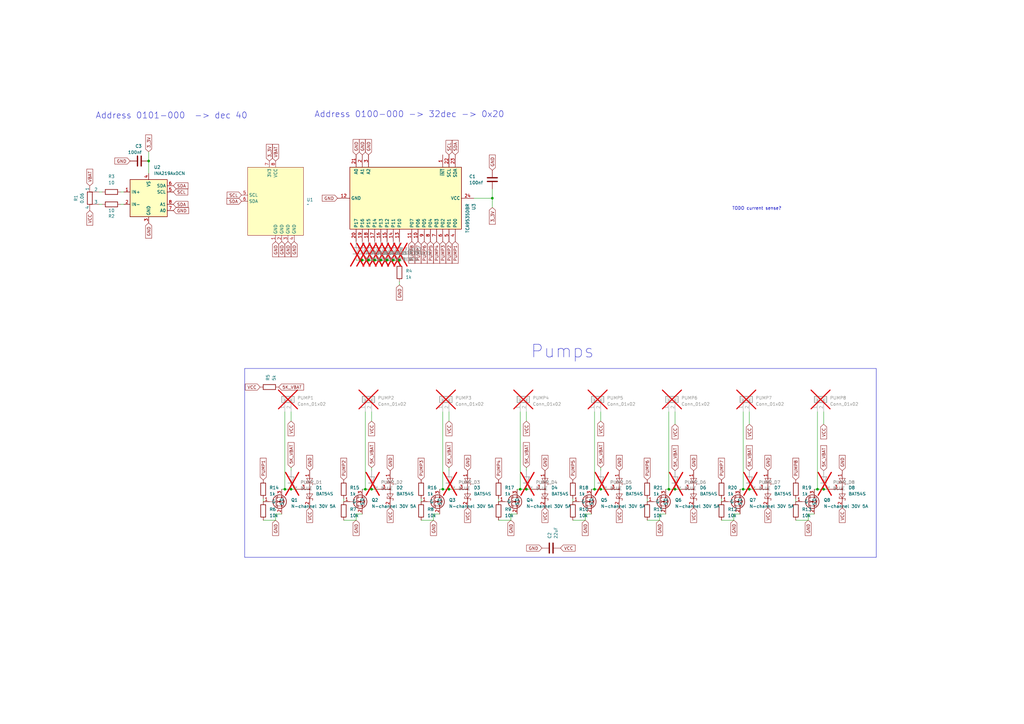
<source format=kicad_sch>
(kicad_sch (version 20250114) (generator "eeschema") (generator_version "9.0")
  (paper "A3")
  (lib_symbols
    (symbol "Connector_Generic:Conn_01x02" (pin_names (offset 1.016) (hide yes))
      (property "Reference" "J" (at 0 2.54 0))
      (property "Value" "Conn_01x02" (at 0 -5.08 0))
      (symbol "Conn_01x02_1_1"
        (rectangle (start -1.27 1.27) (end 1.27 -3.81) (stroke (width 0.254)) (fill (type background)))
        (rectangle (start -1.27 0.127) (end 0 -0.127) (stroke (width 0.1524)))
        (rectangle (start -1.27 -2.413) (end 0 -2.667) (stroke (width 0.1524)))
        (pin passive line (at -5.08 0 0) (length 3.81) (name "Pin_1") (number "1"))
        (pin passive line (at -5.08 -2.54 0) (length 3.81) (name "Pin_2") (number "2"))
      )
    )
    (symbol "Device:C" (pin_numbers (hide yes)) (pin_names (offset 0.254))
      (property "Reference" "C" (at 0.635 2.54 0))
      (property "Value" "C" (at 0.635 -2.54 0))
      (symbol "C_0_1"
        (polyline (pts (xy -2.032 0.762) (xy 2.032 0.762)) (stroke (width 0.508)))
        (polyline (pts (xy -2.032 -0.762) (xy 2.032 -0.762)) (stroke (width 0.508)))
      )
      (symbol "C_1_1"
        (pin passive line (at 0 3.81 270) (length 2.794) (name "~") (number "1"))
        (pin passive line (at 0 -3.81 90) (length 2.794) (name "~") (number "2"))
      )
    )
    (symbol "Device:LED" (pin_numbers (hide yes)) (pin_names (offset 1.016) (hide yes))
      (property "Reference" "D" (at 0 2.54 0))
      (property "Value" "LED" (at 0 -2.54 0))
      (symbol "LED_0_1"
        (polyline (pts (xy -3.048 -0.762) (xy -4.572 -2.286) (xy -3.81 -2.286) (xy -4.572 -2.286) (xy -4.572 -1.524)))
        (polyline (pts (xy -1.778 -0.762) (xy -3.302 -2.286) (xy -2.54 -2.286) (xy -3.302 -2.286) (xy -3.302 -1.524)))
        (polyline (pts (xy -1.27 0) (xy 1.27 0)))
        (polyline (pts (xy -1.27 -1.27) (xy -1.27 1.27)) (stroke (width 0.254)))
        (polyline (pts (xy 1.27 -1.27) (xy 1.27 1.27) (xy -1.27 0) (xy 1.27 -1.27)) (stroke (width 0.254)))
      )
      (symbol "LED_1_1"
        (pin passive line (at -3.81 0 0) (length 2.54) (name "K") (number "1"))
        (pin passive line (at 3.81 0 180) (length 2.54) (name "A") (number "2"))
      )
    )
    (symbol "Device:R" (pin_numbers (hide yes)) (pin_names (offset 0))
      (property "Reference" "R" (at 2.032 0 90))
      (property "Value" "R" (at 0 0 90))
      (symbol "R_0_1"
        (rectangle (start -1.016 -2.54) (end 1.016 2.54) (stroke (width 0.254)))
      )
      (symbol "R_1_1"
        (pin passive line (at 0 3.81 270) (length 1.27) (name "~") (number "1"))
        (pin passive line (at 0 -3.81 90) (length 1.27) (name "~") (number "2"))
      )
    )
    (symbol "Device:R_Shunt" (pin_numbers (hide yes)) (pin_names (offset 0))
      (property "Reference" "R" (at -4.445 0 90))
      (property "Value" "R_Shunt" (at -2.54 0 90))
      (symbol "R_Shunt_0_1"
        (rectangle (start -1.016 -2.54) (end 1.016 2.54) (stroke (width 0.254)))
        (polyline (pts (xy 0 -2.54) (xy 1.27 -2.54)))
        (polyline (pts (xy 1.27 2.54) (xy 0 2.54)))
      )
      (symbol "R_Shunt_1_1"
        (pin passive line (at 0 5.08 270) (length 2.54) (name "1") (number "1"))
        (pin passive line (at 0 -5.08 90) (length 2.54) (name "4") (number "4"))
        (pin passive line (at 3.81 2.54 180) (length 2.54) (name "2") (number "2"))
        (pin passive line (at 3.81 -2.54 180) (length 2.54) (name "3") (number "3"))
      )
    )
    (symbol "Diode:BAS40-04" (pin_names (offset 1.016))
      (property "Reference" "D" (at 0.635 -1.27 0))
      (property "Value" "BAS40-04" (at -6.35 5.715 0))
      (symbol "BAS40-04_0_1"
        (polyline (pts (xy -4.445 3.81) (xy -4.445 1.27) (xy -2.54 2.54) (xy -4.445 3.81)))
        (polyline (pts (xy -3.81 2.54) (xy -1.27 2.54)))
        (polyline (pts (xy -3.175 1.27) (xy -3.175 1.524)))
        (polyline (pts (xy -2.54 3.81) (xy -1.905 3.81)))
        (polyline (pts (xy -2.54 1.27) (xy -3.175 1.27)))
        (polyline (pts (xy -2.54 1.27) (xy -2.54 3.81)))
        (polyline (pts (xy -1.905 3.81) (xy -1.905 3.556)))
        (polyline (pts (xy -1.905 2.54) (xy 1.905 2.54)))
        (circle (center 0 2.54) (radius 0.254) (fill (type outline)))
        (polyline (pts (xy 1.27 2.54) (xy 3.81 2.54)))
        (polyline (pts (xy 1.905 3.81) (xy 1.905 1.27) (xy 3.81 2.54) (xy 1.905 3.81)))
        (polyline (pts (xy 3.175 1.27) (xy 3.175 1.524)))
        (polyline (pts (xy 3.81 3.81) (xy 4.445 3.81)))
        (polyline (pts (xy 3.81 1.27) (xy 3.175 1.27)))
        (polyline (pts (xy 3.81 1.27) (xy 3.81 3.81)))
        (polyline (pts (xy 4.445 3.81) (xy 4.445 3.556)))
      )
      (symbol "BAS40-04_1_1"
        (pin passive line (at -7.62 2.54 0) (length 3.81) (name "~") (number "1"))
        (pin passive line (at 0 -2.54 90) (length 5.08) (name "~") (number "3"))
        (pin passive line (at 7.62 2.54 180) (length 3.81) (name "~") (number "2"))
      )
    )
    (symbol "ESP32-DEVKITC-32D:SL2300" (pin_names (offset 1.016))
      (property "Reference" "Q" (at 0 0 0))
      (property "Value" "SL2300" (at 7.62 0 0))
      (symbol "SL2300_1_1"
        (polyline (pts (xy -1.016 1.905) (xy -1.016 -1.905)) (stroke (width 0.254)))
        (polyline (pts (xy -1.016 0) (xy -3.81 0)))
        (polyline (pts (xy -0.508 2.286) (xy -0.508 1.27)) (stroke (width 0.254)))
        (polyline (pts (xy -0.508 0.508) (xy -0.508 -0.508)) (stroke (width 0.254)))
        (polyline (pts (xy -0.508 -1.27) (xy -0.508 -2.286)) (stroke (width 0.254)))
        (polyline (pts (xy -0.508 -1.778) (xy 2.032 -1.778) (xy 2.032 1.778) (xy -0.508 1.778)))
        (polyline (pts (xy -0.254 0) (xy 0.762 0.381) (xy 0.762 -0.381) (xy -0.254 0)) (fill (type outline)))
        (circle (center 0.381 0) (radius 2.794) (stroke (width 0.254)))
        (polyline (pts (xy 1.27 2.54) (xy 1.27 1.778)))
        (circle (center 1.27 1.778) (radius 0.254) (fill (type outline)))
        (circle (center 1.27 -1.778) (radius 0.254) (fill (type outline)))
        (polyline (pts (xy 1.27 -2.54) (xy 1.27 0) (xy -0.508 0)))
        (polyline (pts (xy 1.524 0.508) (xy 1.651 0.381) (xy 2.413 0.381) (xy 2.54 0.254)))
        (polyline (pts (xy 2.032 0.381) (xy 1.651 -0.254) (xy 2.413 -0.254) (xy 2.032 0.381)))
        (pin input line (at -6.35 0 0) (length 2.54) (name "G") (number "1"))
        (pin passive line (at 1.27 5.08 270) (length 2.54) (name "D") (number "3"))
        (pin passive line (at 1.27 -5.08 90) (length 2.54) (name "S") (number "2"))
      )
    )
    (symbol "Interface_Expansion:TCA9535DBR"
      (property "Reference" "U" (at -11.43 24.13 0))
      (property "Value" "TCA9535DBR" (at 0 0 0))
      (symbol "TCA9535DBR_0_1"
        (rectangle (start -12.7 22.86) (end 12.7 -22.86) (stroke (width 0.254)) (fill (type background)))
      )
      (symbol "TCA9535DBR_1_1"
        (pin bidirectional line (at -17.78 20.32 0) (length 5.08) (name "SDA") (number "23"))
        (pin input line (at -17.78 17.78 0) (length 5.08) (name "SCL") (number "22"))
        (pin open_collector line (at -17.78 15.24 0) (length 5.08) (name "~{INT}") (number "1"))
        (pin input line (at -17.78 -15.24 0) (length 5.08) (name "A2") (number "3"))
        (pin input line (at -17.78 -17.78 0) (length 5.08) (name "A1") (number "2"))
        (pin input line (at -17.78 -20.32 0) (length 5.08) (name "A0") (number "21"))
        (pin power_in line (at 0 27.94 270) (length 5.08) (name "VCC") (number "24"))
        (pin power_in line (at 0 -27.94 90) (length 5.08) (name "GND") (number "12"))
        (pin bidirectional line (at 17.78 20.32 180) (length 5.08) (name "P00") (number "4"))
        (pin bidirectional line (at 17.78 17.78 180) (length 5.08) (name "P01") (number "5"))
        (pin bidirectional line (at 17.78 15.24 180) (length 5.08) (name "P02") (number "6"))
        (pin bidirectional line (at 17.78 12.7 180) (length 5.08) (name "P03") (number "7"))
        (pin bidirectional line (at 17.78 10.16 180) (length 5.08) (name "P04") (number "8"))
        (pin bidirectional line (at 17.78 7.62 180) (length 5.08) (name "P05") (number "9"))
        (pin bidirectional line (at 17.78 5.08 180) (length 5.08) (name "P06") (number "10"))
        (pin bidirectional line (at 17.78 2.54 180) (length 5.08) (name "P07") (number "11"))
        (pin bidirectional line (at 17.78 -2.54 180) (length 5.08) (name "P10") (number "13"))
        (pin bidirectional line (at 17.78 -5.08 180) (length 5.08) (name "P11") (number "14"))
        (pin bidirectional line (at 17.78 -7.62 180) (length 5.08) (name "P12") (number "15"))
        (pin bidirectional line (at 17.78 -10.16 180) (length 5.08) (name "P13") (number "16"))
        (pin bidirectional line (at 17.78 -12.7 180) (length 5.08) (name "P14") (number "17"))
        (pin bidirectional line (at 17.78 -15.24 180) (length 5.08) (name "P15") (number "18"))
        (pin bidirectional line (at 17.78 -17.78 180) (length 5.08) (name "P16") (number "19"))
        (pin bidirectional line (at 17.78 -20.32 180) (length 5.08) (name "P17") (number "20"))
      )
    )
    (symbol "Modules:Pump_Output"
      (property "Reference" "U" (at -6.35 15.24 0))
      (symbol "Pump_Output_1_1"
        (rectangle (start -12.7 12.7) (end 10.16 -15.24) (fill (type background)))
        (pin bidirectional line (at -15.24 1.27 0) (length 2.54) (name "SCL") (number "5"))
        (pin bidirectional line (at -15.24 -1.27 0) (length 2.54) (name "SDA") (number "6"))
        (pin power_in line (at -3.81 15.24 270) (length 2.54) (name "3V3") (number "7"))
        (pin power_in line (at -1.27 15.24 270) (length 2.54) (name "VCC") (number "8"))
        (pin power_in line (at -1.27 -17.78 90) (length 2.54) (name "GND") (number "1"))
        (pin power_in line (at 1.27 -17.78 90) (length 2.54) (name "GND") (number "2"))
        (pin power_in line (at 3.81 -17.78 90) (length 2.54) (name "GND") (number "3"))
        (pin power_in line (at 6.35 -17.78 90) (length 2.54) (name "GND") (number "4"))
      )
    )
    (symbol "Sensor_Energy:INA219AxDCN"
      (property "Reference" "U" (at -6.35 8.89 0))
      (property "Value" "INA219AxDCN" (at 6.35 8.89 0))
      (symbol "INA219AxDCN_0_1"
        (rectangle (start -7.62 7.62) (end 7.62 -7.62) (stroke (width 0.254)) (fill (type background)))
      )
      (symbol "INA219AxDCN_1_1"
        (pin input line (at -10.16 2.54 0) (length 2.54) (name "IN+") (number "1"))
        (pin input line (at -10.16 -2.54 0) (length 2.54) (name "IN-") (number "2"))
        (pin power_in line (at 0 10.16 270) (length 2.54) (name "VS") (number "4"))
        (pin power_in line (at 0 -10.16 90) (length 2.54) (name "GND") (number "3"))
        (pin bidirectional line (at 10.16 5.08 180) (length 2.54) (name "SDA") (number "6"))
        (pin input line (at 10.16 2.54 180) (length 2.54) (name "SCL") (number "5"))
        (pin input line (at 10.16 -2.54 180) (length 2.54) (name "A1") (number "8"))
        (pin input line (at 10.16 -5.08 180) (length 2.54) (name "A0") (number "7"))
      )
    )
  )
  (rectangle (start 100.33 151.13) (end 359.41 228.6))
  (text "TODO current sense?" (at 310.388 85.598 0) (effects (font (size 1.27 1.27))))
  (text "Address 0100-000 -> 32dec -> 0x20" (at 167.894 46.99 0) (effects (font (size 2.54 2.54))))
  (text "Address 0101-000  -> dec 40" (at 70.358 47.498 0) (effects (font (size 2.54 2.54))))
  (text "Pumps" (at 243.84 147.32 0) (effects (font (size 5.2578 5.2578)) (justify right bottom)))
  (junction (at 184.15 200.66))
  (junction (at 215.9 200.66))
  (junction (at 201.93 81.28))
  (junction (at 304.8 200.66))
  (junction (at 181.61 200.66))
  (junction (at 152.4 200.66))
  (junction (at 246.38 200.66))
  (junction (at 276.86 200.66))
  (junction (at 149.86 200.66))
  (junction (at 151.13 106.68))
  (junction (at 337.82 200.66))
  (junction (at 156.21 106.68))
  (junction (at 161.29 106.68))
  (junction (at 153.67 106.68))
  (junction (at 274.32 200.66))
  (junction (at 243.84 200.66))
  (junction (at 116.84 200.66))
  (junction (at 163.83 106.68))
  (junction (at 158.75 106.68))
  (junction (at 60.96 66.04))
  (junction (at 307.34 200.66))
  (junction (at 119.38 200.66))
  (junction (at 213.36 200.66))
  (junction (at 148.59 106.68))
  (junction (at 335.28 200.66))
  (wire (pts (xy 274.32 168.91) (xy 274.32 200.66)))
  (wire (pts (xy 215.9 168.91) (xy 215.9 172.72)))
  (wire (pts (xy 107.95 204.47) (xy 107.95 205.74)))
  (wire (pts (xy 201.93 77.47) (xy 201.93 81.28)))
  (wire (pts (xy 163.83 116.84) (xy 163.83 115.57)))
  (wire (pts (xy 274.32 200.66) (xy 273.05 200.66)))
  (wire (pts (xy 149.86 168.91) (xy 149.86 200.66)))
  (wire (pts (xy 152.4 200.66) (xy 154.94 200.66)))
  (wire (pts (xy 326.39 204.47) (xy 326.39 205.74)))
  (wire (pts (xy 246.38 200.66) (xy 248.92 200.66)))
  (wire (pts (xy 243.84 200.66) (xy 242.57 200.66)))
  (wire (pts (xy 240.03 210.82) (xy 240.03 213.36)))
  (wire (pts (xy 334.01 210.82) (xy 331.47 210.82)))
  (wire (pts (xy 60.96 66.04) (xy 60.96 71.12)))
  (wire (pts (xy 152.4 168.91) (xy 152.4 172.72)))
  (wire (pts (xy 152.4 191.77) (xy 152.4 193.04)))
  (wire (pts (xy 246.38 200.66) (xy 243.84 200.66)))
  (wire (pts (xy 307.34 168.91) (xy 307.34 173.99)))
  (wire (pts (xy 234.95 204.47) (xy 234.95 205.74)))
  (wire (pts (xy 149.86 200.66) (xy 148.59 200.66)))
  (wire (pts (xy 300.99 210.82) (xy 300.99 213.36)))
  (wire (pts (xy 276.86 168.91) (xy 276.86 173.99)))
  (wire (pts (xy 212.09 210.82) (xy 209.55 210.82)))
  (wire (pts (xy 184.15 193.04) (xy 184.15 191.77)))
  (wire (pts (xy 300.99 213.36) (xy 295.91 213.36)))
  (wire (pts (xy 295.91 204.47) (xy 295.91 205.74)))
  (wire (pts (xy 172.72 204.47) (xy 172.72 205.74)))
  (wire (pts (xy 158.75 106.68) (xy 161.29 106.68)))
  (wire (pts (xy 215.9 200.66) (xy 213.36 200.66)))
  (wire (pts (xy 240.03 213.36) (xy 234.95 213.36)))
  (wire (pts (xy 246.38 191.77) (xy 246.38 193.04)))
  (wire (pts (xy 184.15 168.91) (xy 184.15 172.72)))
  (wire (pts (xy 331.47 213.36) (xy 326.39 213.36)))
  (wire (pts (xy 49.53 78.74) (xy 50.8 78.74)))
  (wire (pts (xy 184.15 200.66) (xy 181.61 200.66)))
  (wire (pts (xy 273.05 210.82) (xy 270.51 210.82)))
  (wire (pts (xy 331.47 210.82) (xy 331.47 213.36)))
  (wire (pts (xy 149.86 200.66) (xy 152.4 200.66)))
  (wire (pts (xy 119.38 200.66) (xy 121.92 200.66)))
  (wire (pts (xy 307.34 200.66) (xy 309.88 200.66)))
  (wire (pts (xy 146.05 210.82) (xy 146.05 213.36)))
  (wire (pts (xy 276.86 200.66) (xy 274.32 200.66)))
  (wire (pts (xy 209.55 213.36) (xy 204.47 213.36)))
  (wire (pts (xy 303.53 210.82) (xy 300.99 210.82)))
  (wire (pts (xy 270.51 213.36) (xy 265.43 213.36)))
  (wire (pts (xy 113.03 213.36) (xy 107.95 213.36)))
  (wire (pts (xy 335.28 168.91) (xy 335.28 200.66)))
  (wire (pts (xy 215.9 191.77) (xy 215.9 193.04)))
  (wire (pts (xy 148.59 106.68) (xy 146.05 106.68)))
  (wire (pts (xy 213.36 200.66) (xy 212.09 200.66)))
  (wire (pts (xy 49.53 83.82) (xy 50.8 83.82)))
  (wire (pts (xy 156.21 106.68) (xy 158.75 106.68)))
  (wire (pts (xy 119.38 193.04) (xy 119.38 191.77)))
  (wire (pts (xy 181.61 200.66) (xy 180.34 200.66)))
  (wire (pts (xy 270.51 210.82) (xy 270.51 213.36)))
  (wire (pts (xy 265.43 204.47) (xy 265.43 205.74)))
  (wire (pts (xy 242.57 210.82) (xy 240.03 210.82)))
  (wire (pts (xy 40.64 78.74) (xy 41.91 78.74)))
  (wire (pts (xy 180.34 210.82) (xy 177.8 210.82)))
  (wire (pts (xy 163.83 107.95) (xy 163.83 106.68)))
  (wire (pts (xy 194.31 81.28) (xy 201.93 81.28)))
  (wire (pts (xy 113.03 210.82) (xy 113.03 213.36)))
  (wire (pts (xy 209.55 210.82) (xy 209.55 213.36)))
  (wire (pts (xy 177.8 210.82) (xy 177.8 213.36)))
  (wire (pts (xy 151.13 106.68) (xy 148.59 106.68)))
  (wire (pts (xy 204.47 204.47) (xy 204.47 205.74)))
  (wire (pts (xy 177.8 213.36) (xy 172.72 213.36)))
  (wire (pts (xy 307.34 200.66) (xy 304.8 200.66)))
  (wire (pts (xy 304.8 200.66) (xy 303.53 200.66)))
  (wire (pts (xy 201.93 81.28) (xy 201.93 85.09)))
  (wire (pts (xy 335.28 200.66) (xy 334.01 200.66)))
  (wire (pts (xy 213.36 168.91) (xy 213.36 200.66)))
  (wire (pts (xy 181.61 168.91) (xy 181.61 200.66)))
  (wire (pts (xy 115.57 210.82) (xy 113.03 210.82)))
  (wire (pts (xy 243.84 168.91) (xy 243.84 200.66)))
  (wire (pts (xy 140.97 204.47) (xy 140.97 205.74)))
  (wire (pts (xy 304.8 168.91) (xy 304.8 200.66)))
  (wire (pts (xy 119.38 200.66) (xy 116.84 200.66)))
  (wire (pts (xy 156.21 106.68) (xy 153.67 106.68)))
  (wire (pts (xy 246.38 168.91) (xy 246.38 172.72)))
  (wire (pts (xy 116.84 200.66) (xy 115.57 200.66)))
  (wire (pts (xy 337.82 200.66) (xy 340.36 200.66)))
  (wire (pts (xy 337.82 200.66) (xy 335.28 200.66)))
  (wire (pts (xy 40.64 83.82) (xy 41.91 83.82)))
  (wire (pts (xy 153.67 106.68) (xy 151.13 106.68)))
  (wire (pts (xy 146.05 213.36) (xy 140.97 213.36)))
  (wire (pts (xy 276.86 200.66) (xy 279.4 200.66)))
  (wire (pts (xy 148.59 210.82) (xy 146.05 210.82)))
  (wire (pts (xy 184.15 200.66) (xy 186.69 200.66)))
  (wire (pts (xy 60.96 62.23) (xy 60.96 66.04)))
  (wire (pts (xy 161.29 106.68) (xy 163.83 106.68)))
  (wire (pts (xy 116.84 168.91) (xy 116.84 200.66)))
  (wire (pts (xy 337.82 168.91) (xy 337.82 173.99)))
  (wire (pts (xy 215.9 200.66) (xy 218.44 200.66)))
  (wire (pts (xy 119.38 168.91) (xy 119.38 172.72)))
  (global_label "VCC" (shape input) (at 119.38 172.72 270) (property "Intersheetrefs" "${INTERSHEET_REFS}" (effects (hide yes))))
  (global_label "VCC" (shape input) (at 254 208.28 270) (property "Intersheetrefs" "${INTERSHEET_REFS}" (effects (hide yes))))
  (global_label "PUMP4" (shape input) (at 179.07 99.06 270) (property "Intersheetrefs" "${INTERSHEET_REFS}" (effects (hide yes))))
  (global_label "GND" (shape input) (at 127 193.04 90) (property "Intersheetrefs" "${INTERSHEET_REFS}" (effects (hide yes))))
  (global_label "SDA" (shape input) (at 186.69 63.5 90) (property "Intersheetrefs" "${INTERSHEET_REFS}" (effects (hide yes))))
  (global_label "5K_VBAT" (shape input) (at 152.4 191.77 90) (property "Intersheetrefs" "${INTERSHEET_REFS}" (effects (hide yes))))
  (global_label "3_3V" (shape input) (at 110.49 66.04 90) (property "Intersheetrefs" "${INTERSHEET_REFS}" (effects (hide yes))))
  (global_label "VCC" (shape input) (at 307.34 173.99 270) (property "Intersheetrefs" "${INTERSHEET_REFS}" (effects (hide yes))))
  (global_label "PUMP1" (shape input) (at 186.69 99.06 270) (property "Intersheetrefs" "${INTERSHEET_REFS}" (effects (hide yes))))
  (global_label "SCL" (shape input) (at 184.15 63.5 90) (property "Intersheetrefs" "${INTERSHEET_REFS}" (effects (hide yes))))
  (global_label "GND" (shape input) (at 314.96 193.04 90) (property "Intersheetrefs" "${INTERSHEET_REFS}" (effects (hide yes))))
  (global_label "PUMP5" (shape input) (at 176.53 99.06 270) (property "Intersheetrefs" "${INTERSHEET_REFS}" (effects (hide yes))))
  (global_label "VCC" (shape input) (at 106.68 158.75 180) (property "Intersheetrefs" "${INTERSHEET_REFS}" (effects (hide yes))))
  (global_label "SCL" (shape input) (at 99.06 80.01 180) (property "Intersheetrefs" "${INTERSHEET_REFS}" (effects (hide yes))))
  (global_label "PUMP8" (shape input) (at 326.39 196.85 90) (property "Intersheetrefs" "${INTERSHEET_REFS}" (effects (hide yes))))
  (global_label "GND" (shape input) (at 60.96 91.44 270) (property "Intersheetrefs" "${INTERSHEET_REFS}" (effects (hide yes))))
  (global_label "GND" (shape input) (at 201.93 69.85 90) (property "Intersheetrefs" "${INTERSHEET_REFS}" (effects (hide yes))))
  (global_label "PUMP5" (shape input) (at 234.95 196.85 90) (property "Intersheetrefs" "${INTERSHEET_REFS}" (effects (hide yes))))
  (global_label "GND" (shape input) (at 300.99 213.36 270) (property "Intersheetrefs" "${INTERSHEET_REFS}" (effects (hide yes))))
  (global_label "VCC" (shape input) (at 337.82 173.99 270) (property "Intersheetrefs" "${INTERSHEET_REFS}" (effects (hide yes))))
  (global_label "PUMP2" (shape input) (at 140.97 196.85 90) (property "Intersheetrefs" "${INTERSHEET_REFS}" (effects (hide yes))))
  (global_label "GND" (shape input) (at 115.57 99.06 270) (property "Intersheetrefs" "${INTERSHEET_REFS}" (effects (hide yes))))
  (global_label "VCC" (shape input) (at 229.87 224.79 0) (property "Intersheetrefs" "${INTERSHEET_REFS}" (effects (hide yes))))
  (global_label "VCC" (shape input) (at 314.96 208.28 270) (property "Intersheetrefs" "${INTERSHEET_REFS}" (effects (hide yes))))
  (global_label "GND" (shape input) (at 148.59 63.5 90) (property "Intersheetrefs" "${INTERSHEET_REFS}" (effects (hide yes))))
  (global_label "SDA" (shape input) (at 71.12 76.2 0) (property "Intersheetrefs" "${INTERSHEET_REFS}" (effects (hide yes))))
  (global_label "PUMP8" (shape input) (at 168.91 99.06 270) (property "Intersheetrefs" "${INTERSHEET_REFS}" (effects (hide yes))))
  (global_label "PUMP6" (shape input) (at 265.43 196.85 90) (property "Intersheetrefs" "${INTERSHEET_REFS}" (effects (hide yes))))
  (global_label "VCC" (shape input) (at 127 208.28 270) (property "Intersheetrefs" "${INTERSHEET_REFS}" (effects (hide yes))))
  (global_label "5K_VBAT" (shape input) (at 276.86 193.04 90) (property "Intersheetrefs" "${INTERSHEET_REFS}" (effects (hide yes))))
  (global_label "GND" (shape input) (at 53.34 66.04 180) (property "Intersheetrefs" "${INTERSHEET_REFS}" (effects (hide yes))))
  (global_label "5K_VBAT" (shape input) (at 246.38 191.77 90) (property "Intersheetrefs" "${INTERSHEET_REFS}" (effects (hide yes))))
  (global_label "GND" (shape input) (at 146.05 213.36 270) (property "Intersheetrefs" "${INTERSHEET_REFS}" (effects (hide yes))))
  (global_label "PUMP6" (shape input) (at 173.99 99.06 270) (property "Intersheetrefs" "${INTERSHEET_REFS}" (effects (hide yes))))
  (global_label "SCL" (shape input) (at 71.12 78.74 0) (property "Intersheetrefs" "${INTERSHEET_REFS}" (effects (hide yes))))
  (global_label "VCC" (shape input) (at 223.52 208.28 270) (property "Intersheetrefs" "${INTERSHEET_REFS}" (effects (hide yes))))
  (global_label "5K_VBAT" (shape input) (at 215.9 191.77 90) (property "Intersheetrefs" "${INTERSHEET_REFS}" (effects (hide yes))))
  (global_label "VCC" (shape input) (at 284.48 208.28 270) (property "Intersheetrefs" "${INTERSHEET_REFS}" (effects (hide yes))))
  (global_label "GND" (shape input) (at 151.13 63.5 90) (property "Intersheetrefs" "${INTERSHEET_REFS}" (effects (hide yes))))
  (global_label "VBAT" (shape input) (at 36.83 76.2 90) (property "Intersheetrefs" "${INTERSHEET_REFS}" (effects (hide yes))))
  (global_label "PUMP7" (shape input) (at 295.91 196.85 90) (property "Intersheetrefs" "${INTERSHEET_REFS}" (effects (hide yes))))
  (global_label "PUMP4" (shape input) (at 204.47 196.85 90) (property "Intersheetrefs" "${INTERSHEET_REFS}" (effects (hide yes))))
  (global_label "PUMP2" (shape input) (at 184.15 99.06 270) (property "Intersheetrefs" "${INTERSHEET_REFS}" (effects (hide yes))))
  (global_label "GND" (shape input) (at 191.77 193.04 90) (property "Intersheetrefs" "${INTERSHEET_REFS}" (effects (hide yes))))
  (global_label "VCC" (shape input) (at 184.15 172.72 270) (property "Intersheetrefs" "${INTERSHEET_REFS}" (effects (hide yes))))
  (global_label "GND" (shape input) (at 71.12 86.36 0) (property "Intersheetrefs" "${INTERSHEET_REFS}" (effects (hide yes))))
  (global_label "VCC" (shape input) (at 160.02 208.28 270) (property "Intersheetrefs" "${INTERSHEET_REFS}" (effects (hide yes))))
  (global_label "PUMP3" (shape input) (at 181.61 99.06 270) (property "Intersheetrefs" "${INTERSHEET_REFS}" (effects (hide yes))))
  (global_label "GND" (shape input) (at 345.44 193.04 90) (property "Intersheetrefs" "${INTERSHEET_REFS}" (effects (hide yes))))
  (global_label "GND" (shape input) (at 222.25 224.79 180) (property "Intersheetrefs" "${INTERSHEET_REFS}" (effects (hide yes))))
  (global_label "3_3V" (shape input) (at 201.93 85.09 270) (property "Intersheetrefs" "${INTERSHEET_REFS}" (effects (hide yes))))
  (global_label "5K_VBAT" (shape input) (at 184.15 191.77 90) (property "Intersheetrefs" "${INTERSHEET_REFS}" (effects (hide yes))))
  (global_label "GND" (shape input) (at 270.51 213.36 270) (property "Intersheetrefs" "${INTERSHEET_REFS}" (effects (hide yes))))
  (global_label "GND" (shape input) (at 223.52 193.04 90) (property "Intersheetrefs" "${INTERSHEET_REFS}" (effects (hide yes))))
  (global_label "GND" (shape input) (at 160.02 193.04 90) (property "Intersheetrefs" "${INTERSHEET_REFS}" (effects (hide yes))))
  (global_label "VCC" (shape input) (at 36.83 86.36 270) (property "Intersheetrefs" "${INTERSHEET_REFS}" (effects (hide yes))))
  (global_label "GND" (shape input) (at 113.03 99.06 270) (property "Intersheetrefs" "${INTERSHEET_REFS}" (effects (hide yes))))
  (global_label "GND" (shape input) (at 113.03 213.36 270) (property "Intersheetrefs" "${INTERSHEET_REFS}" (effects (hide yes))))
  (global_label "SDA" (shape input) (at 71.12 83.82 0) (property "Intersheetrefs" "${INTERSHEET_REFS}" (effects (hide yes))))
  (global_label "GND" (shape input) (at 118.11 99.06 270) (property "Intersheetrefs" "${INTERSHEET_REFS}" (effects (hide yes))))
  (global_label "VCC" (shape input) (at 345.44 208.28 270) (property "Intersheetrefs" "${INTERSHEET_REFS}" (effects (hide yes))))
  (global_label "5K_VBAT" (shape input) (at 307.34 193.04 90) (property "Intersheetrefs" "${INTERSHEET_REFS}" (effects (hide yes))))
  (global_label "GND" (shape input) (at 284.48 193.04 90) (property "Intersheetrefs" "${INTERSHEET_REFS}" (effects (hide yes))))
  (global_label "SDA" (shape input) (at 99.06 82.55 180) (property "Intersheetrefs" "${INTERSHEET_REFS}" (effects (hide yes))))
  (global_label "GND" (shape input) (at 331.47 213.36 270) (property "Intersheetrefs" "${INTERSHEET_REFS}" (effects (hide yes))))
  (global_label "GND" (shape input) (at 209.55 213.36 270) (property "Intersheetrefs" "${INTERSHEET_REFS}" (effects (hide yes))))
  (global_label "PUMP3" (shape input) (at 172.72 196.85 90) (property "Intersheetrefs" "${INTERSHEET_REFS}" (effects (hide yes))))
  (global_label "5K_VBAT" (shape input) (at 114.3 158.75 0) (property "Intersheetrefs" "${INTERSHEET_REFS}" (effects (hide yes))))
  (global_label "GND" (shape input) (at 120.65 99.06 270) (property "Intersheetrefs" "${INTERSHEET_REFS}" (effects (hide yes))))
  (global_label "GND" (shape input) (at 138.43 81.28 180) (property "Intersheetrefs" "${INTERSHEET_REFS}" (effects (hide yes))))
  (global_label "VCC" (shape input) (at 276.86 173.99 270) (property "Intersheetrefs" "${INTERSHEET_REFS}" (effects (hide yes))))
  (global_label "5K_VBAT" (shape input) (at 119.38 191.77 90) (property "Intersheetrefs" "${INTERSHEET_REFS}" (effects (hide yes))))
  (global_label "VCC" (shape input) (at 215.9 172.72 270) (property "Intersheetrefs" "${INTERSHEET_REFS}" (effects (hide yes))))
  (global_label "VCC" (shape input) (at 191.77 208.28 270) (property "Intersheetrefs" "${INTERSHEET_REFS}" (effects (hide yes))))
  (global_label "GND" (shape input) (at 146.05 63.5 90) (property "Intersheetrefs" "${INTERSHEET_REFS}" (effects (hide yes))))
  (global_label "VCC" (shape input) (at 246.38 172.72 270) (property "Intersheetrefs" "${INTERSHEET_REFS}" (effects (hide yes))))
  (global_label "GND" (shape input) (at 254 193.04 90) (property "Intersheetrefs" "${INTERSHEET_REFS}" (effects (hide yes))))
  (global_label "PUMP1" (shape input) (at 107.95 196.85 90) (property "Intersheetrefs" "${INTERSHEET_REFS}" (effects (hide yes))))
  (global_label "PUMP7" (shape input) (at 171.45 99.06 270) (property "Intersheetrefs" "${INTERSHEET_REFS}" (effects (hide yes))))
  (global_label "3_3V" (shape input) (at 60.96 62.23 90) (property "Intersheetrefs" "${INTERSHEET_REFS}" (effects (hide yes))))
  (global_label "VCC" (shape input) (at 152.4 172.72 270) (property "Intersheetrefs" "${INTERSHEET_REFS}" (effects (hide yes))))
  (global_label "VBAT" (shape input) (at 113.03 66.04 90) (property "Intersheetrefs" "${INTERSHEET_REFS}" (effects (hide yes))))
  (global_label "GND" (shape input) (at 163.83 116.84 270) (property "Intersheetrefs" "${INTERSHEET_REFS}" (effects (hide yes))))
  (global_label "GND" (shape input) (at 177.8 213.36 270) (property "Intersheetrefs" "${INTERSHEET_REFS}" (effects (hide yes))))
  (global_label "GND" (shape input) (at 240.03 213.36 270) (property "Intersheetrefs" "${INTERSHEET_REFS}" (effects (hide yes))))
  (global_label "5K_VBAT" (shape input) (at 337.82 193.04 90) (property "Intersheetrefs" "${INTERSHEET_REFS}" (effects (hide yes))))
  (symbol (lib_id "Device:LED") (at 246.38 196.85 90) (unit 1) (dnp yes)
    (property "Reference" "PUMP_D5" (at 250.19 197.8025 90) (effects (justify right)))
    (property "Value" "BLUE" (at 250.19 200.3425 90) (effects (justify right)))
    (property "Footprint" "LED_SMD:LED_0805_2012Metric" (effects (hide yes)))
    (property "Description" "Light emitting diode" (effects (hide yes)))
    (property "LCSC_PART_NUMBER" "C205441" (effects (hide yes)))
    (property "Sim.Pins" "1=K 2=A" (effects (hide yes)))
  )
  (symbol (lib_id "Diode:BAS40-04") (at 342.9 200.66 270) (unit 1)
    (property "Reference" "D8" (at 347.98 200.025 90) (effects (justify left)))
    (property "Value" "BAT54S" (at 347.98 202.565 90) (effects (justify left)))
    (property "Footprint" "Package_TO_SOT_SMD:SOT-23" (effects (hide yes)))
    (property "Datasheet" "http://www.vishay.com/docs/85701/bas40v.pdf" (effects (hide yes)))
    (property "Description" "40V 0.2A Dual Small Signal Schottky Diodes" (effects (hide yes)))
    (property "LCSC_PART_NUMBER" "C916425" (effects (hide yes)))
  )
  (symbol (lib_id "ESP32-DEVKITC-32D:SL2300") (at 114.3 205.74 0) (unit 1)
    (property "Reference" "Q1" (at 119.38 205.105 0) (effects (justify left)))
    (property "Value" "N-channel 30V 5A" (at 119.38 207.645 0) (effects (justify left)))
    (property "Footprint" "PCM_Package_TO_SOT_SMD_AKL:SOT-23" (effects (hide yes)))
    (property "LCSC_PART_NUMBER" "C5364313" (effects (hide yes)))
  )
  (symbol (lib_id "Device:R") (at 326.39 209.55 0) (unit 1)
    (property "Reference" "R13" (at 328.93 208.915 0) (effects (justify left)))
    (property "Value" "10k" (at 328.93 211.455 0) (effects (justify left)))
    (property "Footprint" "Resistor_SMD:R_0603_1608Metric" (effects (hide yes)))
    (property "Description" "Resistor" (effects (hide yes)))
    (property "LCSC_PART_NUMBER" "C212284" (effects (hide yes)))
  )
  (symbol (lib_id "Device:LED") (at 152.4 196.85 90) (unit 1) (dnp yes)
    (property "Reference" "PUMP_D2" (at 156.21 197.8025 90) (effects (justify right)))
    (property "Value" "BLUE" (at 156.21 200.3425 90) (effects (justify right)))
    (property "Footprint" "LED_SMD:LED_0805_2012Metric" (effects (hide yes)))
    (property "Description" "Light emitting diode" (effects (hide yes)))
    (property "LCSC_PART_NUMBER" "C205441" (effects (hide yes)))
    (property "Sim.Pins" "1=K 2=A" (effects (hide yes)))
  )
  (symbol (lib_id "Device:LED") (at 163.83 102.87 90) (unit 1) (dnp yes)
    (property "Reference" "P_FAULT1" (at 167.64 103.8225 90) (effects (justify right)))
    (property "Value" "RED" (at 167.64 106.3625 90) (effects (justify right)))
    (property "Footprint" "LED_SMD:LED_0805_2012Metric" (effects (hide yes)))
    (property "Description" "Light emitting diode" (effects (hide yes)))
    (property "LCSC_PART_NUMBER" "C205441" (effects (hide yes)))
    (property "Sim.Pins" "1=K 2=A" (effects (hide yes)))
  )
  (symbol (lib_id "Diode:BAS40-04") (at 124.46 200.66 270) (unit 1)
    (property "Reference" "D1" (at 129.54 200.025 90) (effects (justify left)))
    (property "Value" "BAT54S" (at 129.54 202.565 90) (effects (justify left)))
    (property "Footprint" "Package_TO_SOT_SMD:SOT-23" (effects (hide yes)))
    (property "Datasheet" "http://www.vishay.com/docs/85701/bas40v.pdf" (effects (hide yes)))
    (property "Description" "40V 0.2A Dual Small Signal Schottky Diodes" (effects (hide yes)))
    (property "LCSC_PART_NUMBER" "C916425" (effects (hide yes)))
  )
  (symbol (lib_id "Device:C") (at 226.06 224.79 270) (unit 1)
    (property "Reference" "C2" (at 225.425 220.98 0) (effects (justify right)))
    (property "Value" "22uF" (at 227.965 220.98 0) (effects (justify right)))
    (property "Footprint" "PCM_Capacitor_SMD_Handsoldering_AKL:C_0805_2012Metric_Pad1.18x1.45mm" (effects (hide yes)))
    (property "Description" "Unpolarized capacitor" (effects (hide yes)))
    (property "LCSC_PART_NUMBER" "C45783" (effects (hide yes)))
  )
  (symbol (lib_id "Device:C") (at 201.93 73.66 0) (unit 1)
    (property "Reference" "C1" (at 192.405 72.39 0) (effects (justify left)))
    (property "Value" "100nf" (at 192.405 74.93 0) (effects (justify left)))
    (property "Footprint" "PCM_Capacitor_SMD_Handsoldering_AKL:C_0603_1608Metric_Pad1.08x0.95mm" (effects (hide yes)))
    (property "LCSC_PART_NUMBER" "C49678" (effects (hide yes)))
  )
  (symbol (lib_id "Connector_Generic:Conn_01x02") (at 274.32 163.83 90) (unit 1) (dnp yes)
    (property "Reference" "PUMP6" (at 279.4 163.195 90) (effects (justify right)))
    (property "Value" "Conn_01x02" (at 279.4 165.735 90) (effects (justify right)))
    (property "Footprint" "Connector_JST:JST_EH_B2B-EH-A_1x02_P2.50mm_Vertical" (effects (hide yes)))
    (property "Description" "Generic connector, single row, 01x02, script generated (kicad-library-utils/schlib/autogen/connector/)" (effects (hide yes)))
  )
  (symbol (lib_id "Connector_Generic:Conn_01x02") (at 243.84 163.83 90) (unit 1) (dnp yes)
    (property "Reference" "PUMP5" (at 248.92 163.195 90) (effects (justify right)))
    (property "Value" "Conn_01x02" (at 248.92 165.735 90) (effects (justify right)))
    (property "Footprint" "Connector_JST:JST_EH_B2B-EH-A_1x02_P2.50mm_Vertical" (effects (hide yes)))
    (property "Description" "Generic connector, single row, 01x02, script generated (kicad-library-utils/schlib/autogen/connector/)" (effects (hide yes)))
  )
  (symbol (lib_id "Device:LED") (at 146.05 102.87 90) (unit 1) (dnp yes)
    (property "Reference" "P_FAULT8" (at 149.86 103.8225 90) (effects (justify right)))
    (property "Value" "RED" (at 149.86 106.3625 90) (effects (justify right)))
    (property "Footprint" "LED_SMD:LED_0805_2012Metric" (effects (hide yes)))
    (property "Description" "Light emitting diode" (effects (hide yes)))
    (property "LCSC_PART_NUMBER" "C205441" (effects (hide yes)))
    (property "Sim.Pins" "1=K 2=A" (effects (hide yes)))
  )
  (symbol (lib_id "ESP32-DEVKITC-32D:SL2300") (at 210.82 205.74 0) (unit 1)
    (property "Reference" "Q4" (at 215.9 205.105 0) (effects (justify left)))
    (property "Value" "N-channel 30V 5A" (at 215.9 207.645 0) (effects (justify left)))
    (property "Footprint" "PCM_Package_TO_SOT_SMD_AKL:SOT-23" (effects (hide yes)))
    (property "LCSC_PART_NUMBER" "C5364313" (effects (hide yes)))
  )
  (symbol (lib_id "Diode:BAS40-04") (at 157.48 200.66 270) (unit 1)
    (property "Reference" "D2" (at 162.56 200.025 90) (effects (justify left)))
    (property "Value" "BAT54S" (at 162.56 202.565 90) (effects (justify left)))
    (property "Footprint" "Package_TO_SOT_SMD:SOT-23" (effects (hide yes)))
    (property "Datasheet" "http://www.vishay.com/docs/85701/bas40v.pdf" (effects (hide yes)))
    (property "Description" "40V 0.2A Dual Small Signal Schottky Diodes" (effects (hide yes)))
    (property "LCSC_PART_NUMBER" "C916425" (effects (hide yes)))
  )
  (symbol (lib_id "Diode:BAS40-04") (at 220.98 200.66 270) (unit 1)
    (property "Reference" "D4" (at 226.06 200.025 90) (effects (justify left)))
    (property "Value" "BAT54S" (at 226.06 202.565 90) (effects (justify left)))
    (property "Footprint" "Package_TO_SOT_SMD:SOT-23" (effects (hide yes)))
    (property "Datasheet" "http://www.vishay.com/docs/85701/bas40v.pdf" (effects (hide yes)))
    (property "Description" "40V 0.2A Dual Small Signal Schottky Diodes" (effects (hide yes)))
    (property "LCSC_PART_NUMBER" "C916425" (effects (hide yes)))
  )
  (symbol (lib_id "Device:LED") (at 337.82 196.85 90) (unit 1) (dnp yes)
    (property "Reference" "PUMP_D8" (at 341.63 197.8025 90) (effects (justify right)))
    (property "Value" "BLUE" (at 341.63 200.3425 90) (effects (justify right)))
    (property "Footprint" "LED_SMD:LED_0805_2012Metric" (effects (hide yes)))
    (property "Description" "Light emitting diode" (effects (hide yes)))
    (property "LCSC_PART_NUMBER" "C205441" (effects (hide yes)))
    (property "Sim.Pins" "1=K 2=A" (effects (hide yes)))
  )
  (symbol (lib_id "Device:R") (at 295.91 200.66 0) (unit 1)
    (property "Reference" "R20" (at 298.45 200.025 0) (effects (justify left)))
    (property "Value" "1k" (at 298.45 202.565 0) (effects (justify left)))
    (property "Footprint" "Resistor_SMD:R_0603_1608Metric" (effects (hide yes)))
    (property "Description" "Resistor" (effects (hide yes)))
    (property "LCSC_PART_NUMBER" "C95781" (effects (hide yes)))
  )
  (symbol (lib_id "Device:LED") (at 307.34 196.85 90) (unit 1) (dnp yes)
    (property "Reference" "PUMP_D7" (at 311.15 197.8025 90) (effects (justify right)))
    (property "Value" "BLUE" (at 311.15 200.3425 90) (effects (justify right)))
    (property "Footprint" "LED_SMD:LED_0805_2012Metric" (effects (hide yes)))
    (property "Description" "Light emitting diode" (effects (hide yes)))
    (property "LCSC_PART_NUMBER" "C205441" (effects (hide yes)))
    (property "Sim.Pins" "1=K 2=A" (effects (hide yes)))
  )
  (symbol (lib_id "Device:LED") (at 184.15 196.85 90) (unit 1) (dnp yes)
    (property "Reference" "PUMP_D3" (at 187.96 197.8025 90) (effects (justify right)))
    (property "Value" "BLUE" (at 187.96 200.3425 90) (effects (justify right)))
    (property "Footprint" "LED_SMD:LED_0805_2012Metric" (effects (hide yes)))
    (property "Description" "Light emitting diode" (effects (hide yes)))
    (property "LCSC_PART_NUMBER" "C205441" (effects (hide yes)))
    (property "Sim.Pins" "1=K 2=A" (effects (hide yes)))
  )
  (symbol (lib_id "Sensor_Energy:INA219AxDCN") (at 60.96 81.28 0) (unit 1)
    (property "Reference" "U2" (at 63.1033 68.58 0) (effects (justify left)))
    (property "Value" "INA219AxDCN" (at 63.1033 71.12 0) (effects (justify left)))
    (property "Footprint" "Package_TO_SOT_SMD:SOT-23-8" (effects (hide yes)))
    (property "Datasheet" "http://www.ti.com/lit/ds/symlink/ina219.pdf" (effects (hide yes)))
    (property "Description" "Zero-Drift, Bidirectional Current/Power Monitor (0-26V) With I2C Interface, SOT-23-8" (effects (hide yes)))
  )
  (symbol (lib_id "Device:R") (at 204.47 209.55 0) (unit 1)
    (property "Reference" "R9" (at 207.01 208.915 0) (effects (justify left)))
    (property "Value" "10k" (at 207.01 211.455 0) (effects (justify left)))
    (property "Footprint" "Resistor_SMD:R_0603_1608Metric" (effects (hide yes)))
    (property "Description" "Resistor" (effects (hide yes)))
    (property "LCSC_PART_NUMBER" "C212284" (effects (hide yes)))
  )
  (symbol (lib_id "Device:R") (at 140.97 200.66 0) (unit 1)
    (property "Reference" "R15" (at 143.51 200.025 0) (effects (justify left)))
    (property "Value" "1k" (at 143.51 202.565 0) (effects (justify left)))
    (property "Footprint" "Resistor_SMD:R_0603_1608Metric" (effects (hide yes)))
    (property "Description" "Resistor" (effects (hide yes)))
    (property "LCSC_PART_NUMBER" "C95781" (effects (hide yes)))
  )
  (symbol (lib_id "Diode:BAS40-04") (at 281.94 200.66 270) (unit 1)
    (property "Reference" "D6" (at 287.02 200.025 90) (effects (justify left)))
    (property "Value" "BAT54S" (at 287.02 202.565 90) (effects (justify left)))
    (property "Footprint" "Package_TO_SOT_SMD:SOT-23" (effects (hide yes)))
    (property "Datasheet" "http://www.vishay.com/docs/85701/bas40v.pdf" (effects (hide yes)))
    (property "Description" "40V 0.2A Dual Small Signal Schottky Diodes" (effects (hide yes)))
    (property "LCSC_PART_NUMBER" "C916425" (effects (hide yes)))
  )
  (symbol (lib_id "Device:LED") (at 276.86 196.85 90) (unit 1) (dnp yes)
    (property "Reference" "PUMP_D6" (at 280.67 197.8025 90) (effects (justify right)))
    (property "Value" "BLUE" (at 280.67 200.3425 90) (effects (justify right)))
    (property "Footprint" "LED_SMD:LED_0805_2012Metric" (effects (hide yes)))
    (property "Description" "Light emitting diode" (effects (hide yes)))
    (property "LCSC_PART_NUMBER" "C205441" (effects (hide yes)))
    (property "Sim.Pins" "1=K 2=A" (effects (hide yes)))
  )
  (symbol (lib_id "Device:R") (at 204.47 200.66 0) (unit 1)
    (property "Reference" "R17" (at 207.01 200.025 0) (effects (justify left)))
    (property "Value" "1k" (at 207.01 202.565 0) (effects (justify left)))
    (property "Footprint" "Resistor_SMD:R_0603_1608Metric" (effects (hide yes)))
    (property "Description" "Resistor" (effects (hide yes)))
    (property "LCSC_PART_NUMBER" "C95781" (effects (hide yes)))
  )
  (symbol (lib_id "Device:R") (at 234.95 200.66 0) (unit 1)
    (property "Reference" "R18" (at 237.49 200.025 0) (effects (justify left)))
    (property "Value" "1k" (at 237.49 202.565 0) (effects (justify left)))
    (property "Footprint" "Resistor_SMD:R_0603_1608Metric" (effects (hide yes)))
    (property "Description" "Resistor" (effects (hide yes)))
    (property "LCSC_PART_NUMBER" "C95781" (effects (hide yes)))
  )
  (symbol (lib_id "Device:R") (at 140.97 209.55 0) (unit 1)
    (property "Reference" "R7" (at 143.51 208.915 0) (effects (justify left)))
    (property "Value" "10k" (at 143.51 211.455 0) (effects (justify left)))
    (property "Footprint" "Resistor_SMD:R_0603_1608Metric" (effects (hide yes)))
    (property "Description" "Resistor" (effects (hide yes)))
    (property "LCSC_PART_NUMBER" "C212284" (effects (hide yes)))
  )
  (symbol (lib_id "Device:C") (at 57.15 66.04 90) (unit 1)
    (property "Reference" "C3" (at 58.166 59.944 90) (effects (justify left)))
    (property "Value" "100nf" (at 58.166 62.484 90) (effects (justify left)))
    (property "Footprint" "PCM_Capacitor_SMD_Handsoldering_AKL:C_0603_1608Metric_Pad1.08x0.95mm" (effects (hide yes)))
    (property "LCSC_PART_NUMBER" "C49678" (effects (hide yes)))
  )
  (symbol (lib_id "Device:LED") (at 161.29 102.87 90) (unit 1) (dnp yes)
    (property "Reference" "P_FAULT2" (at 163.83 102.362 90) (effects (justify right)))
    (property "Value" "RED" (at 165.1 106.3625 90) (effects (justify right)))
    (property "Footprint" "LED_SMD:LED_0805_2012Metric" (effects (hide yes)))
    (property "Description" "Light emitting diode" (effects (hide yes)))
    (property "LCSC_PART_NUMBER" "C205441" (effects (hide yes)))
    (property "Sim.Pins" "1=K 2=A" (effects (hide yes)))
  )
  (symbol (lib_id "Connector_Generic:Conn_01x02") (at 335.28 163.83 90) (unit 1) (dnp yes)
    (property "Reference" "PUMP8" (at 340.36 163.195 90) (effects (justify right)))
    (property "Value" "Conn_01x02" (at 340.36 165.735 90) (effects (justify right)))
    (property "Footprint" "Connector_JST:JST_EH_B2B-EH-A_1x02_P2.50mm_Vertical" (effects (hide yes)))
    (property "Description" "Generic connector, single row, 01x02, script generated (kicad-library-utils/schlib/autogen/connector/)" (effects (hide yes)))
  )
  (symbol (lib_id "Interface_Expansion:TCA9535DBR") (at 166.37 81.28 270) (unit 1)
    (property "Reference" "U3" (at 194.31 83.4233 0) (effects (justify left)))
    (property "Value" "TCA9535DBR" (at 191.77 83.4233 0) (effects (justify left)))
    (property "Footprint" "Package_SO:SSOP-24_5.3x8.2mm_P0.65mm" (effects (hide yes)))
    (property "Datasheet" "http://www.ti.com/lit/ds/symlink/tca9535.pdf" (effects (hide yes)))
    (property "Description" "16-bit I/O expander, I2C and SMBus interface, interrupts, w/o pull-ups, SSOP-24" (effects (hide yes)))
  )
  (symbol (lib_id "Connector_Generic:Conn_01x02") (at 149.86 163.83 90) (unit 1) (dnp yes)
    (property "Reference" "PUMP2" (at 154.94 163.195 90) (effects (justify right)))
    (property "Value" "Conn_01x02" (at 154.94 165.735 90) (effects (justify right)))
    (property "Footprint" "Connector_JST:JST_EH_B2B-EH-A_1x02_P2.50mm_Vertical" (effects (hide yes)))
    (property "Description" "Generic connector, single row, 01x02, script generated (kicad-library-utils/schlib/autogen/connector/)" (effects (hide yes)))
  )
  (symbol (lib_id "Diode:BAS40-04") (at 312.42 200.66 270) (unit 1)
    (property "Reference" "D7" (at 317.5 200.025 90) (effects (justify left)))
    (property "Value" "BAT54S" (at 317.5 202.565 90) (effects (justify left)))
    (property "Footprint" "Package_TO_SOT_SMD:SOT-23" (effects (hide yes)))
    (property "Datasheet" "http://www.vishay.com/docs/85701/bas40v.pdf" (effects (hide yes)))
    (property "Description" "40V 0.2A Dual Small Signal Schottky Diodes" (effects (hide yes)))
    (property "LCSC_PART_NUMBER" "C916425" (effects (hide yes)))
  )
  (symbol (lib_id "Device:R_Shunt") (at 36.83 81.28 0) (unit 1)
    (property "Reference" "R1" (at 31.115 81.28 90))
    (property "Value" "0.06" (at 33.655 81.28 90))
    (property "Footprint" "board:R_Shunt_Vishay_WSK2512_6332Metric_T1.19mm" (effects (hide yes)))
    (property "LCSC_PART_NUMBER" "C2903489" (effects (hide yes)))
  )
  (symbol (lib_id "Device:R") (at 107.95 209.55 0) (unit 1)
    (property "Reference" "R6" (at 110.49 208.915 0) (effects (justify left)))
    (property "Value" "10k" (at 110.49 211.455 0) (effects (justify left)))
    (property "Footprint" "Resistor_SMD:R_0603_1608Metric" (effects (hide yes)))
    (property "Description" "Resistor" (effects (hide yes)))
    (property "LCSC_PART_NUMBER" "C212284" (effects (hide yes)))
  )
  (symbol (lib_id "Device:R") (at 107.95 200.66 0) (unit 1)
    (property "Reference" "R14" (at 110.49 200.025 0) (effects (justify left)))
    (property "Value" "1k" (at 110.49 202.565 0) (effects (justify left)))
    (property "Footprint" "Resistor_SMD:R_0603_1608Metric" (effects (hide yes)))
    (property "Description" "Resistor" (effects (hide yes)))
    (property "LCSC_PART_NUMBER" "C95781" (effects (hide yes)))
  )
  (symbol (lib_id "ESP32-DEVKITC-32D:SL2300") (at 271.78 205.74 0) (unit 1)
    (property "Reference" "Q6" (at 276.86 205.105 0) (effects (justify left)))
    (property "Value" "N-channel 30V 5A" (at 276.86 207.645 0) (effects (justify left)))
    (property "Footprint" "PCM_Package_TO_SOT_SMD_AKL:SOT-23" (effects (hide yes)))
    (property "LCSC_PART_NUMBER" "C5364313" (effects (hide yes)))
  )
  (symbol (lib_id "Device:R") (at 265.43 209.55 0) (unit 1)
    (property "Reference" "R11" (at 267.97 208.915 0) (effects (justify left)))
    (property "Value" "10k" (at 267.97 211.455 0) (effects (justify left)))
    (property "Footprint" "Resistor_SMD:R_0603_1608Metric" (effects (hide yes)))
    (property "Description" "Resistor" (effects (hide yes)))
    (property "LCSC_PART_NUMBER" "C212284" (effects (hide yes)))
  )
  (symbol (lib_id "ESP32-DEVKITC-32D:SL2300") (at 179.07 205.74 0) (unit 1)
    (property "Reference" "Q3" (at 184.15 205.105 0) (effects (justify left)))
    (property "Value" "N-channel 30V 5A" (at 184.15 207.645 0) (effects (justify left)))
    (property "Footprint" "PCM_Package_TO_SOT_SMD_AKL:SOT-23" (effects (hide yes)))
    (property "LCSC_PART_NUMBER" "C5364313" (effects (hide yes)))
  )
  (symbol (lib_id "Device:LED") (at 153.67 102.87 90) (unit 1) (dnp yes)
    (property "Reference" "P_FAULT5" (at 157.48 103.8225 90) (effects (justify right)))
    (property "Value" "RED" (at 157.48 106.3625 90) (effects (justify right)))
    (property "Footprint" "LED_SMD:LED_0805_2012Metric" (effects (hide yes)))
    (property "Description" "Light emitting diode" (effects (hide yes)))
    (property "LCSC_PART_NUMBER" "C205441" (effects (hide yes)))
    (property "Sim.Pins" "1=K 2=A" (effects (hide yes)))
  )
  (symbol (lib_id "Device:R") (at 110.49 158.75 90) (unit 1)
    (property "Reference" "R5" (at 109.855 156.21 0) (effects (justify left)))
    (property "Value" "5k" (at 112.395 156.21 0) (effects (justify left)))
    (property "Footprint" "Resistor_SMD:R_0603_1608Metric" (effects (hide yes)))
    (property "Description" "Resistor" (effects (hide yes)))
    (property "LCSC_PART_NUMBER" "C17590" (effects (hide yes)))
  )
  (symbol (lib_id "Device:R") (at 163.83 111.76 180) (unit 1)
    (property "Reference" "R4" (at 166.37 111.125 0) (effects (justify right)))
    (property "Value" "1k" (at 166.37 113.665 0) (effects (justify right)))
    (property "Footprint" "Resistor_SMD:R_0603_1608Metric" (effects (hide yes)))
    (property "Description" "Resistor" (effects (hide yes)))
    (property "LCSC_PART_NUMBER" "C95781" (effects (hide yes)))
  )
  (symbol (lib_id "ESP32-DEVKITC-32D:SL2300") (at 302.26 205.74 0) (unit 1)
    (property "Reference" "Q7" (at 307.34 205.105 0) (effects (justify left)))
    (property "Value" "N-channel 30V 5A" (at 307.34 207.645 0) (effects (justify left)))
    (property "Footprint" "PCM_Package_TO_SOT_SMD_AKL:SOT-23" (effects (hide yes)))
    (property "LCSC_PART_NUMBER" "C5364313" (effects (hide yes)))
  )
  (symbol (lib_id "Connector_Generic:Conn_01x02") (at 304.8 163.83 90) (unit 1) (dnp yes)
    (property "Reference" "PUMP7" (at 309.88 163.195 90) (effects (justify right)))
    (property "Value" "Conn_01x02" (at 309.88 165.735 90) (effects (justify right)))
    (property "Footprint" "Connector_JST:JST_EH_B2B-EH-A_1x02_P2.50mm_Vertical" (effects (hide yes)))
    (property "Description" "Generic connector, single row, 01x02, script generated (kicad-library-utils/schlib/autogen/connector/)" (effects (hide yes)))
  )
  (symbol (lib_id "Device:R") (at 45.72 83.82 270) (unit 1)
    (property "Reference" "R2" (at 45.72 88.646 90))
    (property "Value" "10" (at 45.72 86.36 90))
    (property "Footprint" "Resistor_SMD:R_0603_1608Metric" (effects (hide yes)))
    (property "Description" "Resistor" (effects (hide yes)))
  )
  (symbol (lib_id "ESP32-DEVKITC-32D:SL2300") (at 241.3 205.74 0) (unit 1)
    (property "Reference" "Q5" (at 246.38 205.105 0) (effects (justify left)))
    (property "Value" "N-channel 30V 5A" (at 246.38 207.645 0) (effects (justify left)))
    (property "Footprint" "PCM_Package_TO_SOT_SMD_AKL:SOT-23" (effects (hide yes)))
    (property "LCSC_PART_NUMBER" "C5364313" (effects (hide yes)))
  )
  (symbol (lib_id "Device:LED") (at 119.38 196.85 90) (unit 1) (dnp yes)
    (property "Reference" "PUMP_D1" (at 123.19 197.8025 90) (effects (justify right)))
    (property "Value" "BLUE" (at 123.19 200.3425 90) (effects (justify right)))
    (property "Footprint" "LED_SMD:LED_0805_2012Metric" (effects (hide yes)))
    (property "Description" "Light emitting diode" (effects (hide yes)))
    (property "LCSC_PART_NUMBER" "C205441" (effects (hide yes)))
    (property "Sim.Pins" "1=K 2=A" (effects (hide yes)))
  )
  (symbol (lib_id "Device:R") (at 326.39 200.66 0) (unit 1)
    (property "Reference" "R19" (at 328.93 200.025 0) (effects (justify left)))
    (property "Value" "1k" (at 328.93 202.565 0) (effects (justify left)))
    (property "Footprint" "Resistor_SMD:R_0603_1608Metric" (effects (hide yes)))
    (property "Description" "Resistor" (effects (hide yes)))
    (property "LCSC_PART_NUMBER" "C95781" (effects (hide yes)))
  )
  (symbol (lib_id "Device:LED") (at 158.75 102.87 90) (unit 1) (dnp yes)
    (property "Reference" "P_FAULT3" (at 162.56 103.8225 90) (effects (justify right)))
    (property "Value" "RED" (at 162.56 106.3625 90) (effects (justify right)))
    (property "Footprint" "LED_SMD:LED_0805_2012Metric" (effects (hide yes)))
    (property "Description" "Light emitting diode" (effects (hide yes)))
    (property "LCSC_PART_NUMBER" "C205441" (effects (hide yes)))
    (property "Sim.Pins" "1=K 2=A" (effects (hide yes)))
  )
  (symbol (lib_id "Device:R") (at 172.72 209.55 0) (unit 1)
    (property "Reference" "R8" (at 175.26 208.915 0) (effects (justify left)))
    (property "Value" "10k" (at 175.26 211.455 0) (effects (justify left)))
    (property "Footprint" "Resistor_SMD:R_0603_1608Metric" (effects (hide yes)))
    (property "Description" "Resistor" (effects (hide yes)))
    (property "LCSC_PART_NUMBER" "C212284" (effects (hide yes)))
  )
  (symbol (lib_id "ESP32-DEVKITC-32D:SL2300") (at 147.32 205.74 0) (unit 1)
    (property "Reference" "Q2" (at 152.4 205.105 0) (effects (justify left)))
    (property "Value" "N-channel 30V 5A" (at 152.4 207.645 0) (effects (justify left)))
    (property "Footprint" "PCM_Package_TO_SOT_SMD_AKL:SOT-23" (effects (hide yes)))
    (property "LCSC_PART_NUMBER" "C5364313" (effects (hide yes)))
  )
  (symbol (lib_id "Device:LED") (at 148.59 102.87 90) (unit 1) (dnp yes)
    (property "Reference" "P_FAULT7" (at 152.4 103.8225 90) (effects (justify right)))
    (property "Value" "RED" (at 152.4 106.3625 90) (effects (justify right)))
    (property "Footprint" "LED_SMD:LED_0805_2012Metric" (effects (hide yes)))
    (property "Description" "Light emitting diode" (effects (hide yes)))
    (property "LCSC_PART_NUMBER" "C205441" (effects (hide yes)))
    (property "Sim.Pins" "1=K 2=A" (effects (hide yes)))
  )
  (symbol (lib_id "Device:R") (at 172.72 200.66 0) (unit 1)
    (property "Reference" "R16" (at 175.26 200.025 0) (effects (justify left)))
    (property "Value" "1k" (at 175.26 202.565 0) (effects (justify left)))
    (property "Footprint" "Resistor_SMD:R_0603_1608Metric" (effects (hide yes)))
    (property "Description" "Resistor" (effects (hide yes)))
    (property "LCSC_PART_NUMBER" "C95781" (effects (hide yes)))
  )
  (symbol (lib_id "Diode:BAS40-04") (at 189.23 200.66 270) (unit 1)
    (property "Reference" "D3" (at 194.31 200.025 90) (effects (justify left)))
    (property "Value" "BAT54S" (at 194.31 202.565 90) (effects (justify left)))
    (property "Footprint" "Package_TO_SOT_SMD:SOT-23" (effects (hide yes)))
    (property "Datasheet" "http://www.vishay.com/docs/85701/bas40v.pdf" (effects (hide yes)))
    (property "Description" "40V 0.2A Dual Small Signal Schottky Diodes" (effects (hide yes)))
    (property "LCSC_PART_NUMBER" "C916425" (effects (hide yes)))
  )
  (symbol (lib_id "Device:LED") (at 151.13 102.87 90) (unit 1) (dnp yes)
    (property "Reference" "P_FAULT6" (at 154.94 103.8225 90) (effects (justify right)))
    (property "Value" "RED" (at 154.94 106.3625 90) (effects (justify right)))
    (property "Footprint" "LED_SMD:LED_0805_2012Metric" (effects (hide yes)))
    (property "Description" "Light emitting diode" (effects (hide yes)))
    (property "LCSC_PART_NUMBER" "C205441" (effects (hide yes)))
    (property "Sim.Pins" "1=K 2=A" (effects (hide yes)))
  )
  (symbol (lib_id "Connector_Generic:Conn_01x02") (at 213.36 163.83 90) (unit 1) (dnp yes)
    (property "Reference" "PUMP4" (at 218.44 163.195 90) (effects (justify right)))
    (property "Value" "Conn_01x02" (at 218.44 165.735 90) (effects (justify right)))
    (property "Footprint" "Connector_JST:JST_EH_B2B-EH-A_1x02_P2.50mm_Vertical" (effects (hide yes)))
    (property "Description" "Generic connector, single row, 01x02, script generated (kicad-library-utils/schlib/autogen/connector/)" (effects (hide yes)))
  )
  (symbol (lib_id "Device:LED") (at 215.9 196.85 90) (unit 1) (dnp yes)
    (property "Reference" "PUMP_D4" (at 219.71 197.8025 90) (effects (justify right)))
    (property "Value" "BLUE" (at 219.71 200.3425 90) (effects (justify right)))
    (property "Footprint" "LED_SMD:LED_0805_2012Metric" (effects (hide yes)))
    (property "Description" "Light emitting diode" (effects (hide yes)))
    (property "LCSC_PART_NUMBER" "C205441" (effects (hide yes)))
    (property "Sim.Pins" "1=K 2=A" (effects (hide yes)))
  )
  (symbol (lib_id "Modules:Pump_Output") (at 114.3 81.28 0) (unit 1)
    (property "Reference" "U1" (at 125.73 81.9149 0) (effects (justify left)))
    (property "Value" "~" (at 125.73 83.82 0) (effects (justify left)))
    (property "Footprint" "Modules:PumpModule" (effects (hide yes)))
  )
  (symbol (lib_id "Connector_Generic:Conn_01x02") (at 116.84 163.83 90) (unit 1) (dnp yes)
    (property "Reference" "PUMP1" (at 121.92 163.195 90) (effects (justify right)))
    (property "Value" "Conn_01x02" (at 121.92 165.735 90) (effects (justify right)))
    (property "Footprint" "Connector_JST:JST_EH_B2B-EH-A_1x02_P2.50mm_Vertical" (effects (hide yes)))
    (property "Description" "Generic connector, single row, 01x02, script generated (kicad-library-utils/schlib/autogen/connector/)" (effects (hide yes)))
  )
  (symbol (lib_id "Device:R") (at 234.95 209.55 0) (unit 1)
    (property "Reference" "R10" (at 237.49 208.915 0) (effects (justify left)))
    (property "Value" "10k" (at 237.49 211.455 0) (effects (justify left)))
    (property "Footprint" "Resistor_SMD:R_0603_1608Metric" (effects (hide yes)))
    (property "Description" "Resistor" (effects (hide yes)))
    (property "LCSC_PART_NUMBER" "C212284" (effects (hide yes)))
  )
  (symbol (lib_id "Diode:BAS40-04") (at 251.46 200.66 270) (unit 1)
    (property "Reference" "D5" (at 256.54 200.025 90) (effects (justify left)))
    (property "Value" "BAT54S" (at 256.54 202.565 90) (effects (justify left)))
    (property "Footprint" "Package_TO_SOT_SMD:SOT-23" (effects (hide yes)))
    (property "Datasheet" "http://www.vishay.com/docs/85701/bas40v.pdf" (effects (hide yes)))
    (property "Description" "40V 0.2A Dual Small Signal Schottky Diodes" (effects (hide yes)))
    (property "LCSC_PART_NUMBER" "C916425" (effects (hide yes)))
  )
  (symbol (lib_id "Device:R") (at 265.43 200.66 0) (unit 1)
    (property "Reference" "R21" (at 267.97 200.025 0) (effects (justify left)))
    (property "Value" "1k" (at 267.97 202.565 0) (effects (justify left)))
    (property "Footprint" "Resistor_SMD:R_0603_1608Metric" (effects (hide yes)))
    (property "Description" "Resistor" (effects (hide yes)))
    (property "LCSC_PART_NUMBER" "C95781" (effects (hide yes)))
  )
  (symbol (lib_id "Connector_Generic:Conn_01x02") (at 181.61 163.83 90) (unit 1) (dnp yes)
    (property "Reference" "PUMP3" (at 186.69 163.195 90) (effects (justify right)))
    (property "Value" "Conn_01x02" (at 186.69 165.735 90) (effects (justify right)))
    (property "Footprint" "Connector_JST:JST_EH_B2B-EH-A_1x02_P2.50mm_Vertical" (effects (hide yes)))
    (property "Description" "Generic connector, single row, 01x02, script generated (kicad-library-utils/schlib/autogen/connector/)" (effects (hide yes)))
  )
  (symbol (lib_id "Device:R") (at 45.72 78.74 90) (unit 1)
    (property "Reference" "R3" (at 45.72 72.39 90))
    (property "Value" "10" (at 45.72 74.93 90))
    (property "Footprint" "Resistor_SMD:R_0603_1608Metric" (effects (hide yes)))
    (property "Description" "Resistor" (effects (hide yes)))
  )
  (symbol (lib_id "Device:R") (at 295.91 209.55 0) (unit 1)
    (property "Reference" "R12" (at 298.45 208.915 0) (effects (justify left)))
    (property "Value" "10k" (at 298.45 211.455 0) (effects (justify left)))
    (property "Footprint" "Resistor_SMD:R_0603_1608Metric" (effects (hide yes)))
    (property "Description" "Resistor" (effects (hide yes)))
    (property "LCSC_PART_NUMBER" "C212284" (effects (hide yes)))
  )
  (symbol (lib_id "Device:LED") (at 156.21 102.87 90) (unit 1) (dnp yes)
    (property "Reference" "P_FAULT4" (at 160.02 103.8225 90) (effects (justify right)))
    (property "Value" "RED" (at 160.02 106.3625 90) (effects (justify right)))
    (property "Footprint" "LED_SMD:LED_0805_2012Metric" (effects (hide yes)))
    (property "Description" "Light emitting diode" (effects (hide yes)))
    (property "LCSC_PART_NUMBER" "C205441" (effects (hide yes)))
    (property "Sim.Pins" "1=K 2=A" (effects (hide yes)))
  )
  (symbol (lib_id "ESP32-DEVKITC-32D:SL2300") (at 332.74 205.74 0) (unit 1)
    (property "Reference" "Q8" (at 337.82 205.105 0) (effects (justify left)))
    (property "Value" "N-channel 30V 5A" (at 337.82 207.645 0) (effects (justify left)))
    (property "Footprint" "PCM_Package_TO_SOT_SMD_AKL:SOT-23" (effects (hide yes)))
    (property "LCSC_PART_NUMBER" "C5364313" (effects (hide yes)))
  )
)
</source>
